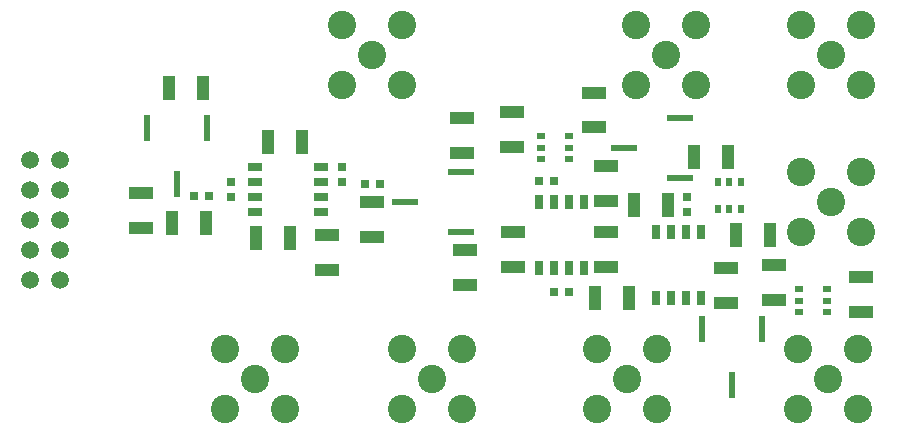
<source format=gts>
G04 (created by PCBNEW (2013-may-18)-stable) date 2014年01月29日 星期三 11时55分50秒*
%MOIN*%
G04 Gerber Fmt 3.4, Leading zero omitted, Abs format*
%FSLAX34Y34*%
G01*
G70*
G90*
G04 APERTURE LIST*
%ADD10C,0.00590551*%
%ADD11C,0.0593*%
%ADD12R,0.0275591X0.0314961*%
%ADD13R,0.0314961X0.0275591*%
%ADD14R,0.0433071X0.0787402*%
%ADD15R,0.0787402X0.0433071*%
%ADD16R,0.09X0.02*%
%ADD17R,0.02X0.09*%
%ADD18C,0.0944882*%
%ADD19R,0.028X0.02*%
%ADD20R,0.02X0.028*%
%ADD21R,0.025X0.05*%
%ADD22R,0.05X0.025*%
G04 APERTURE END LIST*
G54D10*
G54D11*
X45350Y-43250D03*
X44350Y-43250D03*
X45350Y-42250D03*
X44350Y-42250D03*
X45350Y-41250D03*
X44350Y-41250D03*
X45350Y-40250D03*
X44350Y-40250D03*
X45350Y-39250D03*
X44350Y-39250D03*
G54D12*
X61294Y-39950D03*
X61805Y-39950D03*
G54D13*
X66250Y-40494D03*
X66250Y-41005D03*
G54D12*
X61794Y-43650D03*
X62305Y-43650D03*
G54D14*
X63179Y-43850D03*
X64320Y-43850D03*
G54D15*
X63550Y-40620D03*
X63550Y-39479D03*
G54D16*
X64150Y-38850D03*
X66000Y-39850D03*
X66000Y-37850D03*
G54D17*
X67750Y-46750D03*
X68750Y-44900D03*
X66750Y-44900D03*
G54D18*
X70950Y-46550D03*
X69950Y-47550D03*
X69950Y-45550D03*
X71950Y-45550D03*
X71950Y-47550D03*
X71050Y-40650D03*
X70050Y-41650D03*
X70050Y-39650D03*
X72050Y-39650D03*
X72050Y-41650D03*
X64250Y-46550D03*
X63250Y-47550D03*
X63250Y-45550D03*
X65250Y-45550D03*
X65250Y-47550D03*
X71050Y-35750D03*
X70050Y-36750D03*
X70050Y-34750D03*
X72050Y-34750D03*
X72050Y-36750D03*
X65550Y-35750D03*
X64550Y-36750D03*
X64550Y-34750D03*
X66550Y-34750D03*
X66550Y-36750D03*
G54D19*
X70910Y-44340D03*
X70910Y-43950D03*
X70910Y-43560D03*
X69990Y-43560D03*
X69990Y-43950D03*
X69990Y-44340D03*
G54D20*
X67260Y-40910D03*
X67650Y-40910D03*
X68040Y-40910D03*
X68040Y-39990D03*
X67650Y-39990D03*
X67260Y-39990D03*
G54D19*
X62310Y-39240D03*
X62310Y-38850D03*
X62310Y-38460D03*
X61390Y-38460D03*
X61390Y-38850D03*
X61390Y-39240D03*
G54D21*
X62800Y-40650D03*
X62300Y-40650D03*
X61800Y-40650D03*
X61300Y-40650D03*
X61300Y-42850D03*
X61800Y-42850D03*
X62300Y-42850D03*
X62800Y-42850D03*
X65200Y-43850D03*
X65700Y-43850D03*
X66200Y-43850D03*
X66700Y-43850D03*
X66700Y-41650D03*
X66200Y-41650D03*
X65700Y-41650D03*
X65200Y-41650D03*
G54D22*
X54050Y-41000D03*
X54050Y-40500D03*
X54050Y-40000D03*
X54050Y-39500D03*
X51850Y-39500D03*
X51850Y-40000D03*
X51850Y-40500D03*
X51850Y-41000D03*
G54D12*
X55494Y-40050D03*
X56005Y-40050D03*
G54D13*
X54750Y-40005D03*
X54750Y-39494D03*
X51050Y-40505D03*
X51050Y-39994D03*
G54D12*
X50305Y-40450D03*
X49794Y-40450D03*
G54D14*
X69020Y-41750D03*
X67879Y-41750D03*
X53420Y-38650D03*
X52279Y-38650D03*
G54D15*
X58750Y-37879D03*
X58750Y-39020D03*
G54D14*
X48979Y-36850D03*
X50120Y-36850D03*
X65620Y-40750D03*
X64479Y-40750D03*
X67620Y-39150D03*
X66479Y-39150D03*
G54D15*
X60400Y-38820D03*
X60400Y-37679D03*
X69150Y-43920D03*
X69150Y-42779D03*
X67550Y-42879D03*
X67550Y-44020D03*
G54D14*
X51879Y-41850D03*
X53020Y-41850D03*
G54D15*
X63150Y-37029D03*
X63150Y-38170D03*
X72050Y-43179D03*
X72050Y-44320D03*
X60450Y-41679D03*
X60450Y-42820D03*
X48050Y-40379D03*
X48050Y-41520D03*
X58850Y-43420D03*
X58850Y-42279D03*
X63550Y-42820D03*
X63550Y-41679D03*
X54250Y-41779D03*
X54250Y-42920D03*
G54D14*
X49079Y-41350D03*
X50220Y-41350D03*
G54D15*
X55750Y-40679D03*
X55750Y-41820D03*
G54D16*
X56850Y-40650D03*
X58700Y-41650D03*
X58700Y-39650D03*
G54D17*
X49250Y-40050D03*
X50250Y-38200D03*
X48250Y-38200D03*
G54D18*
X55750Y-35750D03*
X54750Y-36750D03*
X54750Y-34750D03*
X56750Y-34750D03*
X56750Y-36750D03*
X51850Y-46550D03*
X50850Y-47550D03*
X50850Y-45550D03*
X52850Y-45550D03*
X52850Y-47550D03*
X57750Y-46550D03*
X56750Y-47550D03*
X56750Y-45550D03*
X58750Y-45550D03*
X58750Y-47550D03*
M02*

</source>
